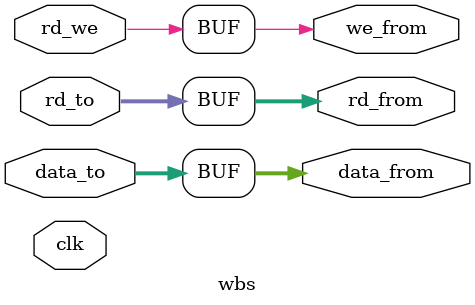
<source format=v>
module wbs(input clk,
           input[4:0] rd_to,
           input rd_we,
           input [31:0] data_to,
           output[4:0] rd_from,
           output we_from,
           output[31:0] data_from);
    
    assign we_from   = rd_we;
    assign rd_from   = rd_to;
    assign data_from = data_to;
    
endmodule

</source>
